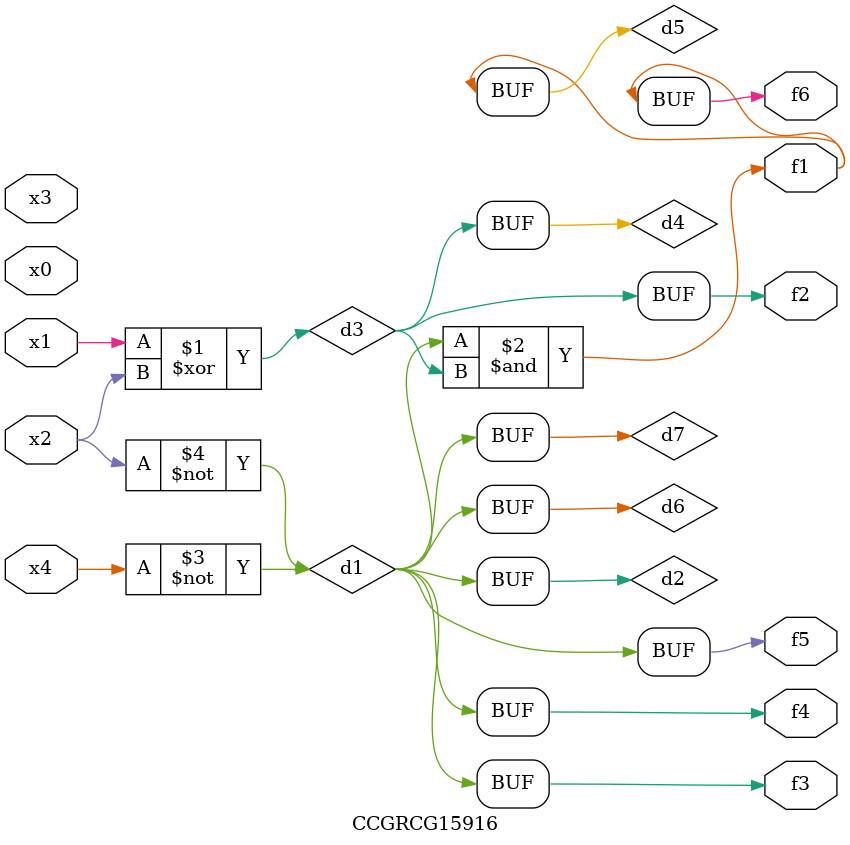
<source format=v>
module CCGRCG15916(
	input x0, x1, x2, x3, x4,
	output f1, f2, f3, f4, f5, f6
);

	wire d1, d2, d3, d4, d5, d6, d7;

	not (d1, x4);
	not (d2, x2);
	xor (d3, x1, x2);
	buf (d4, d3);
	and (d5, d1, d3);
	buf (d6, d1, d2);
	buf (d7, d2);
	assign f1 = d5;
	assign f2 = d4;
	assign f3 = d7;
	assign f4 = d7;
	assign f5 = d7;
	assign f6 = d5;
endmodule

</source>
